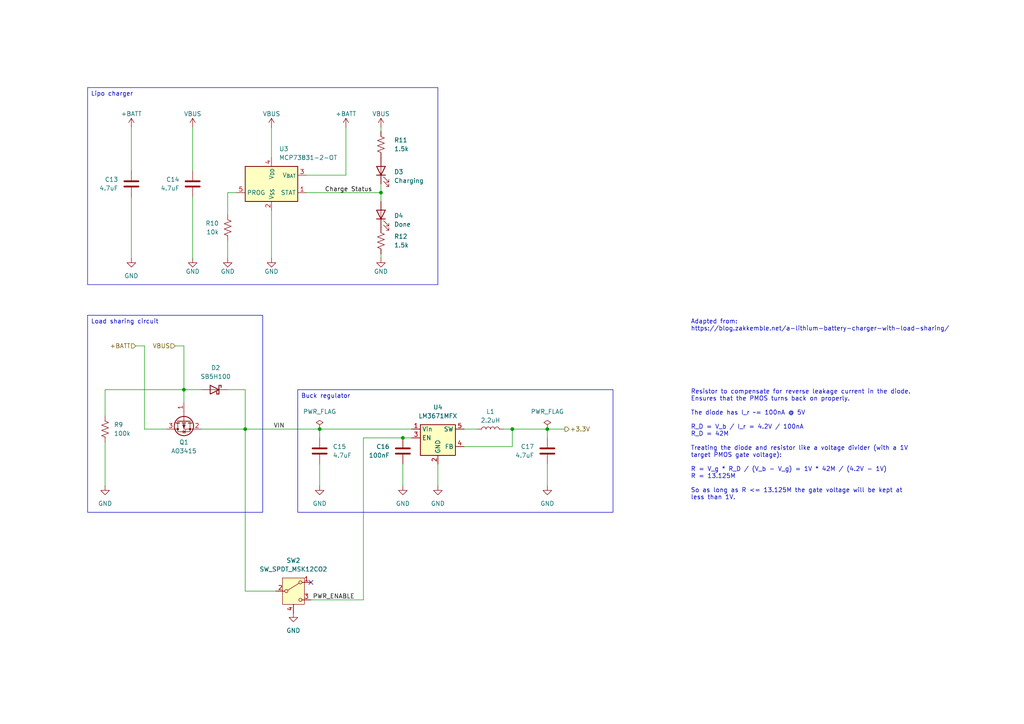
<source format=kicad_sch>
(kicad_sch (version 20250114) (generator "eeschema") (generator_version "9.0")
  (paper "A4")
  (title_block (title "Battery Management") (rev "A") (company "George Sleen"))
  (lib_symbols
    (symbol "Battery_Management:MCP73831-2-OT"
      (property "Reference" "U" (at -7.62 6.35 0))
      (property "Value" "MCP73831-2-OT" (at 1.27 6.35 0))
      (symbol "MCP73831-2-OT_0_1"
        (rectangle (start -7.62 5.08) (end 7.62 -5.08) (stroke (width 0.254)) (fill (type background)))
      )
      (symbol "MCP73831-2-OT_1_1"
        (pin input line (at -10.16 -2.54 0) (length 2.54) (name "PROG") (number "5"))
        (pin power_in line (at 0 7.62 270) (length 2.54) (name "V_{DD}") (number "4"))
        (pin power_in line (at 0 -7.62 90) (length 2.54) (name "V_{SS}") (number "2"))
        (pin power_out line (at 10.16 2.54 180) (length 2.54) (name "V_{BAT}") (number "3"))
        (pin tri_state line (at 10.16 -2.54 180) (length 2.54) (name "STAT") (number "1"))
      )
    )
    (symbol "Device:C" (pin_numbers (hide yes)) (pin_names (offset 0.254))
      (property "Reference" "C" (at 0.635 2.54 0))
      (property "Value" "C" (at 0.635 -2.54 0))
      (symbol "C_0_1"
        (polyline (pts (xy -2.032 0.762) (xy 2.032 0.762)) (stroke (width 0.508)))
        (polyline (pts (xy -2.032 -0.762) (xy 2.032 -0.762)) (stroke (width 0.508)))
      )
      (symbol "C_1_1"
        (pin passive line (at 0 3.81 270) (length 2.794) (name "~") (number "1"))
        (pin passive line (at 0 -3.81 90) (length 2.794) (name "~") (number "2"))
      )
    )
    (symbol "Device:L" (pin_numbers (hide yes)) (pin_names (offset 1.016) (hide yes))
      (property "Reference" "L" (at -1.27 0 90))
      (property "Value" "L" (at 1.905 0 90))
      (symbol "L_0_1"
        (arc (start 0 2.54) (mid 0.6323 1.905) (end 0 1.27))
        (arc (start 0 1.27) (mid 0.6323 0.635) (end 0 0))
        (arc (start 0 0) (mid 0.6323 -0.635) (end 0 -1.27))
        (arc (start 0 -1.27) (mid 0.6323 -1.905) (end 0 -2.54))
      )
      (symbol "L_1_1"
        (pin passive line (at 0 3.81 270) (length 1.27) (name "1") (number "1"))
        (pin passive line (at 0 -3.81 90) (length 1.27) (name "2") (number "2"))
      )
    )
    (symbol "Device:LED" (pin_numbers (hide yes)) (pin_names (offset 1.016) (hide yes))
      (property "Reference" "D" (at 0 2.54 0))
      (property "Value" "LED" (at 0 -2.54 0))
      (symbol "LED_0_1"
        (polyline (pts (xy -3.048 -0.762) (xy -4.572 -2.286) (xy -3.81 -2.286) (xy -4.572 -2.286) (xy -4.572 -1.524)))
        (polyline (pts (xy -1.778 -0.762) (xy -3.302 -2.286) (xy -2.54 -2.286) (xy -3.302 -2.286) (xy -3.302 -1.524)))
        (polyline (pts (xy -1.27 0) (xy 1.27 0)))
        (polyline (pts (xy -1.27 -1.27) (xy -1.27 1.27)) (stroke (width 0.254)))
        (polyline (pts (xy 1.27 -1.27) (xy 1.27 1.27) (xy -1.27 0) (xy 1.27 -1.27)) (stroke (width 0.254)))
      )
      (symbol "LED_1_1"
        (pin passive line (at -3.81 0 0) (length 2.54) (name "K") (number "1"))
        (pin passive line (at 3.81 0 180) (length 2.54) (name "A") (number "2"))
      )
    )
    (symbol "Device:R_US" (pin_numbers (hide yes)) (pin_names (offset 0))
      (property "Reference" "R" (at 2.54 0 90))
      (property "Value" "R_US" (at -2.54 0 90))
      (symbol "R_US_0_1"
        (polyline (pts (xy 0 2.286) (xy 0 2.54)))
        (polyline (pts (xy 0 2.286) (xy 1.016 1.905) (xy 0 1.524) (xy -1.016 1.143) (xy 0 0.762)))
        (polyline (pts (xy 0 0.762) (xy 1.016 0.381) (xy 0 0) (xy -1.016 -0.381) (xy 0 -0.762)))
        (polyline (pts (xy 0 -0.762) (xy 1.016 -1.143) (xy 0 -1.524) (xy -1.016 -1.905) (xy 0 -2.286)))
        (polyline (pts (xy 0 -2.286) (xy 0 -2.54)))
      )
      (symbol "R_US_1_1"
        (pin passive line (at 0 3.81 270) (length 1.27) (name "~") (number "1"))
        (pin passive line (at 0 -3.81 90) (length 1.27) (name "~") (number "2"))
      )
    )
    (symbol "Diode:SB5H100" (pin_numbers (hide yes)) (pin_names (offset 1.016) (hide yes))
      (property "Reference" "D" (at 0 2.54 0))
      (property "Value" "SB5H100" (at 0 -2.54 0))
      (symbol "SB5H100_0_1"
        (polyline (pts (xy -1.905 0.635) (xy -1.905 1.27) (xy -1.27 1.27) (xy -1.27 -1.27) (xy -0.635 -1.27) (xy -0.635 -0.635)) (stroke (width 0.254)))
        (polyline (pts (xy 1.27 1.27) (xy 1.27 -1.27) (xy -1.27 0) (xy 1.27 1.27)) (stroke (width 0.254)))
        (polyline (pts (xy 1.27 0) (xy -1.27 0)))
      )
      (symbol "SB5H100_1_1"
        (pin passive line (at -3.81 0 0) (length 2.54) (name "K") (number "1"))
        (pin passive line (at 3.81 0 180) (length 2.54) (name "A") (number "2"))
      )
    )
    (symbol "GS_Switches:SW_SPDT_MSK12CO2" (pin_names (offset 0) (hide yes))
      (property "Reference" "SW" (at 0 7.62 0))
      (property "Value" "SW_SPDT_MSK12CO2" (at 0 5.334 0))
      (symbol "SW_SPDT_MSK12CO2_0_1"
        (circle (center -2.032 0) (radius 0.4572))
        (polyline (pts (xy -1.651 0.254) (xy 1.651 2.286)))
        (circle (center 2.032 2.54) (radius 0.4572))
        (circle (center 2.032 -2.54) (radius 0.4572))
      )
      (symbol "SW_SPDT_MSK12CO2_1_1"
        (rectangle (start -3.175 3.81) (end 3.175 -3.81) (fill (type background)))
        (pin passive line (at -5.08 0 0) (length 2.54) (name "B") (number "2"))
        (pin passive line (at 0 -6.35 90) (length 2.54) (name "Shield") (number "4"))
        (pin passive line (at 5.08 2.54 180) (length 2.54) (name "A") (number "1"))
        (pin passive line (at 5.08 -2.54 180) (length 2.54) (name "C") (number "3"))
      )
    )
    (symbol "Regulator_Switching:LM3670MF"
      (property "Reference" "U" (at -5.08 5.08 0))
      (property "Value" "LM3670MF" (at 0 5.08 0))
      (symbol "LM3670MF_0_1"
        (rectangle (start -5.08 3.81) (end 5.08 -5.08) (stroke (width 0.254)) (fill (type background)))
      )
      (symbol "LM3670MF_1_1"
        (pin power_in line (at -7.62 2.54 0) (length 2.54) (name "Vin") (number "1"))
        (pin input line (at -7.62 0 0) (length 2.54) (name "EN") (number "3"))
        (pin power_in line (at 0 -7.62 90) (length 2.54) (name "GND") (number "2"))
        (pin input line (at 7.62 2.54 180) (length 2.54) (name "SW") (number "5"))
        (pin input line (at 7.62 -2.54 180) (length 2.54) (name "FB") (number "4"))
      )
    )
    (symbol "Transistor_FET:AO3401A" (pin_names (hide yes))
      (property "Reference" "Q" (at 5.08 1.905 0))
      (property "Value" "AO3401A" (at 5.08 0 0))
      (symbol "AO3401A_0_1"
        (polyline (pts (xy 0.254 1.905) (xy 0.254 -1.905)) (stroke (width 0.254)))
        (polyline (pts (xy 0.254 0) (xy -2.54 0)))
        (polyline (pts (xy 0.762 2.286) (xy 0.762 1.27)) (stroke (width 0.254)))
        (polyline (pts (xy 0.762 1.778) (xy 3.302 1.778) (xy 3.302 -1.778) (xy 0.762 -1.778)))
        (polyline (pts (xy 0.762 0.508) (xy 0.762 -0.508)) (stroke (width 0.254)))
        (polyline (pts (xy 0.762 -1.27) (xy 0.762 -2.286)) (stroke (width 0.254)))
        (circle (center 1.651 0) (radius 2.794) (stroke (width 0.254)))
        (polyline (pts (xy 2.286 0) (xy 1.27 0.381) (xy 1.27 -0.381) (xy 2.286 0)) (fill (type outline)))
        (polyline (pts (xy 2.54 2.54) (xy 2.54 1.778)))
        (circle (center 2.54 1.778) (radius 0.254) (fill (type outline)))
        (circle (center 2.54 -1.778) (radius 0.254) (fill (type outline)))
        (polyline (pts (xy 2.54 -2.54) (xy 2.54 0) (xy 0.762 0)))
        (polyline (pts (xy 2.794 -0.508) (xy 2.921 -0.381) (xy 3.683 -0.381) (xy 3.81 -0.254)))
        (polyline (pts (xy 3.302 -0.381) (xy 2.921 0.254) (xy 3.683 0.254) (xy 3.302 -0.381)))
      )
      (symbol "AO3401A_1_1"
        (pin input line (at -5.08 0 0) (length 2.54) (name "G") (number "1"))
        (pin passive line (at 2.54 5.08 270) (length 2.54) (name "D") (number "3"))
        (pin passive line (at 2.54 -5.08 90) (length 2.54) (name "S") (number "2"))
      )
    )
    (symbol "power:+BATT" (power) (pin_numbers (hide yes)) (pin_names (offset 0) (hide yes))
      (property "Value" "+BATT" (at 0 3.556 0))
      (symbol "+BATT_0_1"
        (polyline (pts (xy -0.762 1.27) (xy 0 2.54)))
        (polyline (pts (xy 0 2.54) (xy 0.762 1.27)))
        (polyline (pts (xy 0 0) (xy 0 2.54)))
      )
      (symbol "+BATT_1_1"
        (pin power_in line (at 0 0 90) (length 0) (name "~") (number "1"))
      )
    )
    (symbol "power:GND" (power) (pin_numbers (hide yes)) (pin_names (offset 0) (hide yes))
      (property "Value" "GND" (at 0 -3.81 0))
      (symbol "GND_0_1"
        (polyline (pts (xy 0 0) (xy 0 -1.27) (xy 1.27 -1.27) (xy 0 -2.54) (xy -1.27 -1.27) (xy 0 -1.27)))
      )
      (symbol "GND_1_1"
        (pin power_in line (at 0 0 270) (length 0) (name "~") (number "1"))
      )
    )
    (symbol "power:PWR_FLAG" (power) (pin_numbers (hide yes)) (pin_names (offset 0) (hide yes))
      (property "Value" "PWR_FLAG" (at 0 3.81 0))
      (symbol "PWR_FLAG_0_0"
        (pin power_out line (at 0 0 90) (length 0) (name "~") (number "1"))
      )
      (symbol "PWR_FLAG_0_1"
        (polyline (pts (xy 0 0) (xy 0 1.27) (xy -1.016 1.905) (xy 0 2.54) (xy 1.016 1.905) (xy 0 1.27)))
      )
    )
    (symbol "power:VBUS" (power) (pin_numbers (hide yes)) (pin_names (offset 0) (hide yes))
      (property "Value" "VBUS" (at 0 3.556 0))
      (symbol "VBUS_0_1"
        (polyline (pts (xy -0.762 1.27) (xy 0 2.54)))
        (polyline (pts (xy 0 2.54) (xy 0.762 1.27)))
        (polyline (pts (xy 0 0) (xy 0 2.54)))
      )
      (symbol "VBUS_1_1"
        (pin power_in line (at 0 0 90) (length 0) (name "~") (number "1"))
      )
    )
  )
  (text_box "Adapted from:\nhttps://blog.zakkemble.net/a-lithium-battery-charger-with-load-sharing/" (at 199.39 91.44 0) (size 63.5 5.08) (margins 0.9525 0.9525 0.9525 0.9525) (stroke (width -0.0001)) (effects (font (size 1.27 1.27)) (justify left top)))
  (text_box "Buck regulator" (at 86.36 113.03 0) (size 91.44 35.56) (margins 0.9525 0.9525 0.9525 0.9525) (effects (font (size 1.27 1.27)) (justify left top)))
  (text_box "Load sharing circuit" (at 25.4 91.44 0) (size 50.8 57.15) (margins 0.9525 0.9525 0.9525 0.9525) (effects (font (size 1.27 1.27)) (justify left top)))
  (text_box "Lipo charger" (at 25.4 25.4 0) (size 101.6 57.15) (margins 0.9525 0.9525 0.9525 0.9525) (effects (font (size 1.27 1.27)) (justify left top)))
  (text_box "Resistor to compensate for reverse leakage current in the diode.\nEnsures that the PMOS turns back on properly.\n\nThe diode has I_r ~= 100nA @ 5V\n\nR_D = V_b / I_r = 4.2V / 100nA\nR_D = 42M\n\nTreating the diode and resistor like a voltage divider (with a 1V target PMOS gate voltage):\n\nR = V_g * R_D / (V_b - V_g) = 1V * 42M / (4.2V - 1V)\nR = 13.125M\n\nSo as long as R <= 13.125M the gate voltage will be kept at less than 1V." (at 199.39 111.76 0) (size 66.04 36.83) (margins 0.9524 0.9524 0.9524 0.9524) (stroke (width -0.0001)) (effects (font (size 1.27 1.27)) (justify left top)))
  (junction (at 71.12 124.46))
  (junction (at 116.84 127))
  (junction (at 53.34 113.03))
  (junction (at 148.59 124.46))
  (junction (at 158.75 124.46))
  (junction (at 110.49 55.88))
  (junction (at 92.71 124.46))
  (no_connect (at 90.17 168.91))
  (wire (pts (xy 110.49 55.88) (xy 110.49 53.34)))
  (wire (pts (xy 90.17 173.99) (xy 105.41 173.99)))
  (wire (pts (xy 39.37 100.33) (xy 41.91 100.33)))
  (wire (pts (xy 30.48 140.97) (xy 30.48 128.27)))
  (wire (pts (xy 92.71 124.46) (xy 119.38 124.46)))
  (wire (pts (xy 41.91 100.33) (xy 41.91 124.46)))
  (wire (pts (xy 158.75 140.97) (xy 158.75 134.62)))
  (wire (pts (xy 127 140.97) (xy 127 134.62)))
  (wire (pts (xy 53.34 113.03) (xy 58.42 113.03)))
  (wire (pts (xy 110.49 58.42) (xy 110.49 55.88)))
  (wire (pts (xy 66.04 55.88) (xy 68.58 55.88)))
  (wire (pts (xy 38.1 57.15) (xy 38.1 74.93)))
  (wire (pts (xy 163.83 124.46) (xy 158.75 124.46)))
  (wire (pts (xy 92.71 140.97) (xy 92.71 134.62)))
  (wire (pts (xy 55.88 57.15) (xy 55.88 74.93)))
  (wire (pts (xy 105.41 127) (xy 105.41 173.99)))
  (wire (pts (xy 66.04 113.03) (xy 71.12 113.03)))
  (wire (pts (xy 71.12 124.46) (xy 92.71 124.46)))
  (wire (pts (xy 100.33 50.8) (xy 88.9 50.8)))
  (wire (pts (xy 53.34 113.03) (xy 53.34 116.84)))
  (wire (pts (xy 53.34 100.33) (xy 53.34 113.03)))
  (wire (pts (xy 71.12 171.45) (xy 80.01 171.45)))
  (wire (pts (xy 78.74 74.93) (xy 78.74 60.96)))
  (wire (pts (xy 110.49 73.66) (xy 110.49 74.93)))
  (wire (pts (xy 148.59 124.46) (xy 146.05 124.46)))
  (wire (pts (xy 71.12 124.46) (xy 58.42 124.46)))
  (wire (pts (xy 66.04 74.93) (xy 66.04 69.85)))
  (wire (pts (xy 50.8 100.33) (xy 53.34 100.33)))
  (wire (pts (xy 119.38 127) (xy 116.84 127)))
  (wire (pts (xy 92.71 127) (xy 92.71 124.46)))
  (wire (pts (xy 110.49 38.1) (xy 110.49 36.83)))
  (wire (pts (xy 78.74 36.83) (xy 78.74 45.72)))
  (wire (pts (xy 138.43 124.46) (xy 134.62 124.46)))
  (wire (pts (xy 116.84 127) (xy 105.41 127)))
  (wire (pts (xy 148.59 124.46) (xy 158.75 124.46)))
  (wire (pts (xy 116.84 140.97) (xy 116.84 134.62)))
  (wire (pts (xy 88.9 55.88) (xy 110.49 55.88)))
  (wire (pts (xy 71.12 124.46) (xy 71.12 171.45)))
  (wire (pts (xy 41.91 124.46) (xy 48.26 124.46)))
  (wire (pts (xy 55.88 36.83) (xy 55.88 49.53)))
  (wire (pts (xy 100.33 36.83) (xy 100.33 50.8)))
  (wire (pts (xy 71.12 113.03) (xy 71.12 124.46)))
  (wire (pts (xy 148.59 129.54) (xy 148.59 124.46)))
  (wire (pts (xy 66.04 62.23) (xy 66.04 55.88)))
  (wire (pts (xy 158.75 127) (xy 158.75 124.46)))
  (wire (pts (xy 134.62 129.54) (xy 148.59 129.54)))
  (wire (pts (xy 30.48 120.65) (xy 30.48 113.03)))
  (wire (pts (xy 38.1 49.53) (xy 38.1 36.83)))
  (wire (pts (xy 30.48 113.03) (xy 53.34 113.03)))
  (label "Charge Status" (at 107.95 55.88 180))
  (label "VIN" (at 82.55 124.46 180))
  (label "PWR_ENABLE" (at 102.87 173.99 180))
  (hierarchical_label "+3.3V" (shape output) (at 163.83 124.46 0))
  (hierarchical_label "VBUS" (shape input) (at 50.8 100.33 180))
  (hierarchical_label "+BATT" (shape input) (at 39.37 100.33 180))
  (symbol (lib_id "Device:LED") (at 110.49 49.53 90) (unit 1)
    (property "Reference" "D3" (at 114.3 49.8474 90) (effects (justify right)))
    (property "Value" "Charging" (at 114.3 52.3874 90) (effects (justify right)))
    (property "Footprint" "LED_SMD:LED_0201_0603Metric" (effects (hide yes)))
    (property "Description" "Light emitting diode" (effects (hide yes)))
  )
  (symbol (lib_id "power:GND") (at 110.49 74.93 0) (unit 1)
    (property "Reference" "#PWR052" (effects (hide yes)))
    (property "Value" "GND" (at 110.49 78.74 0))
    (property "Description" "Power symbol creates a global label with name \"GND\" , ground" (effects (hide yes)))
  )
  (symbol (lib_id "Device:L") (at 142.24 124.46 90) (unit 1)
    (property "Reference" "L1" (at 142.24 119.38 90))
    (property "Value" "2.2uH" (at 142.24 121.92 90))
    (property "Footprint" "Inductor_SMD:L_1008_2520Metric" (effects (hide yes)))
    (property "Description" "Inductor" (effects (hide yes)))
  )
  (symbol (lib_id "power:+BATT") (at 38.1 36.83 0) (unit 1)
    (property "Reference" "#PWR041" (effects (hide yes)))
    (property "Value" "+BATT" (at 38.1 33.02 0))
    (property "Description" "Power symbol creates a global label with name \"+BATT\"" (effects (hide yes)))
  )
  (symbol (lib_id "Regulator_Switching:LM3670MF") (at 127 127 0) (unit 1)
    (property "Reference" "U4" (at 127 118.11 0))
    (property "Value" "LM3671MFX" (at 127 120.65 0))
    (property "Footprint" "Package_TO_SOT_SMD:TSOT-23-5" (effects (hide yes)))
    (property "Datasheet" "https://www.lcsc.com/datasheet/lcsc_datasheet_2410121943_Texas-Instruments-LM3671MFX-3-3-NOPB_C477918.pdf" (effects (hide yes)))
    (property "Description" "Miniature Step-Down DC-DC Converter for Ultralow Voltage Circuits, 2.5V < Vin < 5.5V, adjustable output voltage, SOT-23-5" (effects (hide yes)))
  )
  (symbol (lib_id "Device:R_US") (at 110.49 41.91 180) (unit 1)
    (property "Reference" "R11" (at 114.3 40.64 0) (effects (justify right)))
    (property "Value" "1.5k" (at 114.3 43.18 0) (effects (justify right)))
    (property "Footprint" "Resistor_SMD:R_0201_0603Metric" (effects (hide yes)))
    (property "Description" "Resistor, US symbol" (effects (hide yes)))
  )
  (symbol (lib_id "Device:R_US") (at 110.49 69.85 180) (unit 1)
    (property "Reference" "R12" (at 114.3 68.58 0) (effects (justify right)))
    (property "Value" "1.5k" (at 114.3 71.12 0) (effects (justify right)))
    (property "Footprint" "Resistor_SMD:R_0201_0603Metric" (effects (hide yes)))
    (property "Description" "Resistor, US symbol" (effects (hide yes)))
  )
  (symbol (lib_id "Device:C") (at 55.88 53.34 0) (mirror y) (unit 1)
    (property "Reference" "C14" (at 52.07 52.0699 0) (effects (justify left)))
    (property "Value" "4.7uF" (at 52.07 54.6099 0) (effects (justify left)))
    (property "Footprint" "Capacitor_SMD:C_0402_1005Metric" (effects (hide yes)))
    (property "Description" "Unpolarized capacitor" (effects (hide yes)))
  )
  (symbol (lib_id "Diode:SB5H100") (at 62.23 113.03 0) (mirror y) (unit 1)
    (property "Reference" "D2" (at 62.5475 106.68 0))
    (property "Value" "SB5H100" (at 62.5475 109.22 0))
    (property "Footprint" "Diode_SMD:D_SMB" (effects (hide yes)))
    (property "Datasheet" "https://www.vishay.com/docs/88722/sb5h90.pdf" (effects (hide yes)))
    (property "Description" "100V 5A Schottky Barrier Rectifier Diode, DO-201AD" (effects (hide yes)))
  )
  (symbol (lib_id "Device:C") (at 116.84 130.81 0) (mirror y) (unit 1)
    (property "Reference" "C16" (at 113.03 129.5399 0) (effects (justify left)))
    (property "Value" "100nF" (at 113.03 132.0799 0) (effects (justify left)))
    (property "Footprint" "Capacitor_SMD:C_0201_0603Metric" (effects (hide yes)))
    (property "Description" "Unpolarized capacitor" (effects (hide yes)))
  )
  (symbol (lib_id "power:GND") (at 78.74 74.93 0) (unit 1)
    (property "Reference" "#PWR047" (effects (hide yes)))
    (property "Value" "GND" (at 78.74 78.74 0))
    (property "Description" "Power symbol creates a global label with name \"GND\" , ground" (effects (hide yes)))
  )
  (symbol (lib_id "power:VBUS") (at 78.74 36.83 0) (unit 1)
    (property "Reference" "#PWR046" (effects (hide yes)))
    (property "Value" "VBUS" (at 78.74 33.02 0))
    (property "Description" "Power symbol creates a global label with name \"VBUS\"" (effects (hide yes)))
  )
  (symbol (lib_id "Transistor_FET:AO3401A") (at 53.34 121.92 90) (mirror x) (unit 1)
    (property "Reference" "Q1" (at 53.34 128.27 90))
    (property "Value" "AO3415" (at 53.34 130.81 90))
    (property "Footprint" "Package_TO_SOT_SMD:SOT-23" (effects (hide yes)))
    (property "Datasheet" "https://www.lcsc.com/datasheet/lcsc_datasheet_2409300133_MDD-Microdiode-Semiconductor-AO3415_C840839.pdf" (effects (hide yes)))
    (property "Description" "-4.0A Id, -30V Vds, P-Channel MOSFET, SOT-23" (effects (hide yes)))
  )
  (symbol (lib_id "power:GND") (at 30.48 140.97 0) (unit 1)
    (property "Reference" "#PWR040" (effects (hide yes)))
    (property "Value" "GND" (at 30.48 146.05 0))
    (property "Description" "Power symbol creates a global label with name \"GND\" , ground" (effects (hide yes)))
  )
  (symbol (lib_id "power:GND") (at 158.75 140.97 0) (unit 1)
    (property "Reference" "#PWR055" (effects (hide yes)))
    (property "Value" "GND" (at 158.75 146.05 0))
    (property "Description" "Power symbol creates a global label with name \"GND\" , ground" (effects (hide yes)))
  )
  (symbol (lib_id "power:GND") (at 92.71 140.97 0) (unit 1)
    (property "Reference" "#PWR049" (effects (hide yes)))
    (property "Value" "GND" (at 92.71 146.05 0))
    (property "Description" "Power symbol creates a global label with name \"GND\" , ground" (effects (hide yes)))
  )
  (symbol (lib_id "power:PWR_FLAG") (at 92.71 124.46 0) (unit 1)
    (property "Reference" "#FLG02" (effects (hide yes)))
    (property "Value" "PWR_FLAG" (at 92.71 119.38 0))
    (property "Description" "Special symbol for telling ERC where power comes from" (effects (hide yes)))
  )
  (symbol (lib_id "Device:R_US") (at 30.48 124.46 0) (unit 1)
    (property "Reference" "R9" (at 33.02 123.1899 0) (effects (justify left)))
    (property "Value" "100k" (at 33.02 125.7299 0) (effects (justify left)))
    (property "Footprint" "Resistor_SMD:R_0201_0603Metric" (effects (hide yes)))
    (property "Description" "Resistor, US symbol" (effects (hide yes)))
  )
  (symbol (lib_id "power:GND") (at 85.09 177.8 0) (unit 1)
    (property "Reference" "#PWR048" (effects (hide yes)))
    (property "Value" "GND" (at 85.09 182.88 0))
    (property "Description" "Power symbol creates a global label with name \"GND\" , ground" (effects (hide yes)))
  )
  (symbol (lib_id "Device:LED") (at 110.49 62.23 90) (unit 1)
    (property "Reference" "D4" (at 114.3 62.5474 90) (effects (justify right)))
    (property "Value" "Done" (at 114.3 65.0874 90) (effects (justify right)))
    (property "Footprint" "LED_SMD:LED_0201_0603Metric" (effects (hide yes)))
    (property "Description" "Light emitting diode" (effects (hide yes)))
  )
  (symbol (lib_id "power:GND") (at 127 140.97 0) (unit 1)
    (property "Reference" "#PWR054" (effects (hide yes)))
    (property "Value" "GND" (at 127 146.05 0))
    (property "Description" "Power symbol creates a global label with name \"GND\" , ground" (effects (hide yes)))
  )
  (symbol (lib_id "Device:C") (at 158.75 130.81 0) (mirror y) (unit 1)
    (property "Reference" "C17" (at 154.94 129.5399 0) (effects (justify left)))
    (property "Value" "4.7uF" (at 154.94 132.0799 0) (effects (justify left)))
    (property "Footprint" "Capacitor_SMD:C_0402_1005Metric" (effects (hide yes)))
    (property "Description" "Unpolarized capacitor" (effects (hide yes)))
  )
  (symbol (lib_id "Device:C") (at 92.71 130.81 0) (unit 1)
    (property "Reference" "C15" (at 96.52 129.5399 0) (effects (justify left)))
    (property "Value" "4.7uF" (at 96.52 132.0799 0) (effects (justify left)))
    (property "Footprint" "Capacitor_SMD:C_0402_1005Metric" (effects (hide yes)))
    (property "Description" "Unpolarized capacitor" (effects (hide yes)))
  )
  (symbol (lib_id "GS_Switches:SW_SPDT_MSK12CO2") (at 85.09 171.45 0) (unit 1)
    (property "Reference" "SW2" (at 85.09 162.56 0))
    (property "Value" "SW_SPDT_MSK12CO2" (at 85.09 165.1 0))
    (property "Footprint" "GS_Switches:MSK12CO2" (effects (hide yes)))
    (property "Datasheet" "https://www.lcsc.com/datasheet/lcsc_datasheet_2407161403_SHOU-HAN-MINI-MSK12CO2_C2681570.pdf" (effects (hide yes)))
    (property "Description" "Switch, single pole double throw" (effects (hide yes)))
    (property "LCSC ID" "C2681570" (effects (hide yes)))
  )
  (symbol (lib_id "Device:C") (at 38.1 53.34 0) (mirror y) (unit 1)
    (property "Reference" "C13" (at 34.29 52.0699 0) (effects (justify left)))
    (property "Value" "4.7uF" (at 34.29 54.6099 0) (effects (justify left)))
    (property "Footprint" "Capacitor_SMD:C_0402_1005Metric" (effects (hide yes)))
    (property "Description" "Unpolarized capacitor" (effects (hide yes)))
  )
  (symbol (lib_id "power:GND") (at 55.88 74.93 0) (unit 1)
    (property "Reference" "#PWR044" (effects (hide yes)))
    (property "Value" "GND" (at 55.88 78.74 0))
    (property "Description" "Power symbol creates a global label with name \"GND\" , ground" (effects (hide yes)))
  )
  (symbol (lib_id "power:GND") (at 66.04 74.93 0) (unit 1)
    (property "Reference" "#PWR045" (effects (hide yes)))
    (property "Value" "GND" (at 66.04 78.74 0))
    (property "Description" "Power symbol creates a global label with name \"GND\" , ground" (effects (hide yes)))
  )
  (symbol (lib_id "power:VBUS") (at 110.49 36.83 0) (unit 1)
    (property "Reference" "#PWR051" (effects (hide yes)))
    (property "Value" "VBUS" (at 110.49 33.02 0))
    (property "Description" "Power symbol creates a global label with name \"VBUS\"" (effects (hide yes)))
  )
  (symbol (lib_id "Device:R_US") (at 66.04 66.04 0) (unit 1)
    (property "Reference" "R10" (at 63.5 64.7699 0) (effects (justify right)))
    (property "Value" "10k" (at 63.5 67.3099 0) (effects (justify right)))
    (property "Footprint" "Resistor_SMD:R_0201_0603Metric" (effects (hide yes)))
    (property "Description" "Resistor, US symbol" (effects (hide yes)))
  )
  (symbol (lib_id "Battery_Management:MCP73831-2-OT") (at 78.74 53.34 0) (unit 1)
    (property "Reference" "U3" (at 80.9341 43.18 0) (effects (justify left)))
    (property "Value" "MCP73831-2-OT" (at 80.9341 45.72 0) (effects (justify left)))
    (property "Footprint" "Package_TO_SOT_SMD:SOT-23-5" (effects (hide yes)))
    (property "Datasheet" "http://ww1.microchip.com/downloads/en/DeviceDoc/20001984g.pdf" (effects (hide yes)))
    (property "Description" "Single cell, Li-Ion/Li-Po charge management controller, 4.20V, Tri-State Status Output, in SOT23-5 package" (effects (hide yes)))
  )
  (symbol (lib_id "power:GND") (at 38.1 74.93 0) (unit 1)
    (property "Reference" "#PWR042" (effects (hide yes)))
    (property "Value" "GND" (at 38.1 80.01 0))
    (property "Description" "Power symbol creates a global label with name \"GND\" , ground" (effects (hide yes)))
  )
  (symbol (lib_id "power:VBUS") (at 55.88 36.83 0) (unit 1)
    (property "Reference" "#PWR043" (effects (hide yes)))
    (property "Value" "VBUS" (at 55.88 33.02 0))
    (property "Description" "Power symbol creates a global label with name \"VBUS\"" (effects (hide yes)))
  )
  (symbol (lib_id "power:PWR_FLAG") (at 158.75 124.46 0) (unit 1)
    (property "Reference" "#FLG03" (effects (hide yes)))
    (property "Value" "PWR_FLAG" (at 158.75 119.38 0))
    (property "Description" "Special symbol for telling ERC where power comes from" (effects (hide yes)))
  )
  (symbol (lib_id "power:GND") (at 116.84 140.97 0) (unit 1)
    (property "Reference" "#PWR053" (effects (hide yes)))
    (property "Value" "GND" (at 116.84 146.05 0))
    (property "Description" "Power symbol creates a global label with name \"GND\" , ground" (effects (hide yes)))
  )
  (symbol (lib_id "power:+BATT") (at 100.33 36.83 0) (unit 1)
    (property "Reference" "#PWR050" (effects (hide yes)))
    (property "Value" "+BATT" (at 100.33 33.02 0))
    (property "Description" "Power symbol creates a global label with name \"+BATT\"" (effects (hide yes)))
  )
)
</source>
